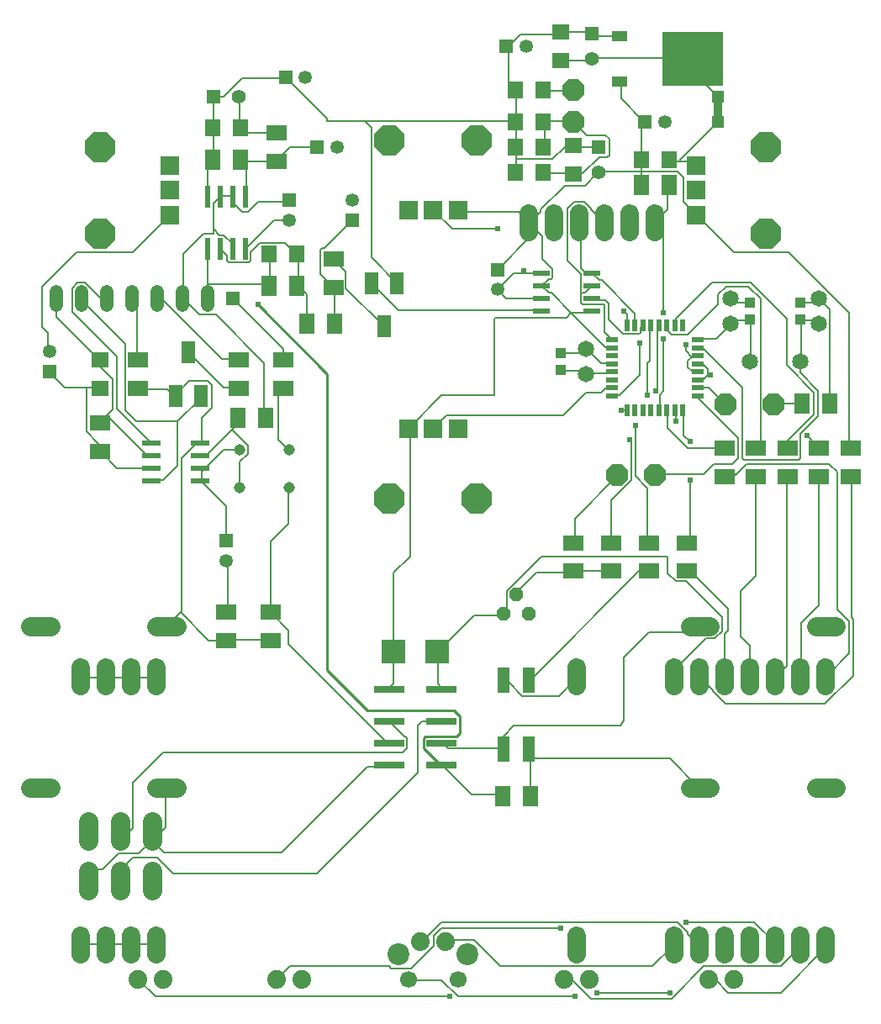
<source format=gbr>
G04 EAGLE Gerber X2 export*
%TF.Part,Single*%
%TF.FileFunction,Copper,L1,Top,Mixed*%
%TF.FilePolarity,Positive*%
%TF.GenerationSoftware,Autodesk,EAGLE,9.2.2*%
%TF.CreationDate,2019-01-20T16:39:22Z*%
G75*
%MOMM*%
%FSLAX34Y34*%
%LPD*%
%INTop Copper*%
%AMOC8*
5,1,8,0,0,1.08239X$1,22.5*%
G01*
%ADD10R,1.350000X1.350000*%
%ADD11C,1.350000*%
%ADD12R,1.000000X1.100000*%
%ADD13C,1.651000*%
%ADD14R,1.800000X1.600000*%
%ADD15C,1.143000*%
%ADD16R,1.600000X1.800000*%
%ADD17C,1.408000*%
%ADD18R,1.408000X1.408000*%
%ADD19R,0.609600X2.209800*%
%ADD20C,1.879600*%
%ADD21R,1.600000X2.000000*%
%ADD22R,2.000000X1.600000*%
%ADD23R,1.320800X2.184400*%
%ADD24R,1.879600X1.879600*%
%ADD25P,3.247170X8X22.500000*%
%ADD26R,1.320800X1.320800*%
%ADD27C,1.320800*%
%ADD28R,1.981200X0.558800*%
%ADD29R,1.270000X0.558800*%
%ADD30R,0.558800X1.270000*%
%ADD31P,3.247170X8X112.500000*%
%ADD32P,3.247170X8X202.500000*%
%ADD33P,3.247170X8X292.500000*%
%ADD34R,3.100000X0.800000*%
%ADD35R,1.270000X2.540000*%
%ADD36C,1.950000*%
%ADD37R,1.600000X1.000000*%
%ADD38R,6.200000X5.400000*%
%ADD39P,2.336880X8X22.500000*%
%ADD40R,2.400000X2.400000*%
%ADD41R,1.270000X1.270000*%
%ADD42C,0.812800*%
%ADD43C,2.200000*%
%ADD44C,1.700000*%
%ADD45C,1.879600*%
%ADD46P,1.429621X8X22.500000*%
%ADD47R,1.720000X0.600000*%
%ADD48P,2.336880X8X202.500000*%
%ADD49C,0.203200*%
%ADD50C,0.604800*%
%ADD51C,0.254000*%


D10*
X88900Y637700D03*
D11*
X88900Y657700D03*
D10*
X393700Y790100D03*
D11*
X393700Y810100D03*
D10*
X330200Y810100D03*
D11*
X330200Y790100D03*
D12*
X844550Y707000D03*
X844550Y690000D03*
X793750Y707000D03*
X793750Y690000D03*
D13*
X628650Y635000D03*
X628650Y660400D03*
D10*
X358300Y863600D03*
D11*
X378300Y863600D03*
D14*
X139700Y649000D03*
X139700Y621000D03*
D15*
X329800Y520700D03*
X279800Y520700D03*
D10*
X326550Y933450D03*
D11*
X346550Y933450D03*
D16*
X280700Y882650D03*
X252700Y882650D03*
X309850Y755650D03*
X337850Y755650D03*
D17*
X279400Y914400D03*
D18*
X254000Y914400D03*
D19*
X247650Y761238D03*
X260350Y761238D03*
X273050Y761238D03*
X285750Y761238D03*
X285750Y813562D03*
X273050Y813562D03*
X260350Y813562D03*
X247650Y813562D03*
D20*
X571500Y796798D02*
X571500Y778002D01*
X596900Y778002D02*
X596900Y796798D01*
X622300Y796798D02*
X622300Y778002D01*
X647700Y778002D02*
X647700Y796798D01*
X673100Y796798D02*
X673100Y778002D01*
X698500Y778002D02*
X698500Y796798D01*
D21*
X252700Y850900D03*
X280700Y850900D03*
X309850Y723900D03*
X337850Y723900D03*
X347950Y685800D03*
X375950Y685800D03*
D22*
X374650Y750600D03*
X374650Y722600D03*
D23*
X438180Y726850D03*
X425450Y682850D03*
X412720Y726850D03*
D21*
X712500Y825500D03*
X684500Y825500D03*
D22*
X317500Y877600D03*
X317500Y849600D03*
X177800Y621000D03*
X177800Y649000D03*
D21*
X278100Y590550D03*
X306100Y590550D03*
D22*
X311150Y395000D03*
X311150Y367000D03*
X139700Y557500D03*
X139700Y585500D03*
X323850Y649000D03*
X323850Y621000D03*
X279400Y649000D03*
X279400Y621000D03*
D23*
X215870Y613000D03*
X228600Y657000D03*
X241330Y613000D03*
D24*
X210000Y845000D03*
X210000Y820000D03*
X210000Y795000D03*
D25*
X140000Y864000D03*
X140000Y776000D03*
D26*
X273050Y711200D03*
D27*
X247650Y717804D02*
X247650Y704596D01*
X222250Y704596D02*
X222250Y717804D01*
X196850Y717804D02*
X196850Y704596D01*
X171450Y704596D02*
X171450Y717804D01*
X146050Y717804D02*
X146050Y704596D01*
X120650Y704596D02*
X120650Y717804D01*
X95250Y717804D02*
X95250Y704596D01*
D28*
X240538Y527050D03*
X240538Y539750D03*
X240538Y552450D03*
X240538Y565150D03*
X191262Y565150D03*
X191262Y552450D03*
X191262Y539750D03*
X191262Y527050D03*
D29*
X741426Y613350D03*
X741426Y621350D03*
X741426Y629350D03*
X741426Y637350D03*
X741426Y645350D03*
X741426Y653350D03*
X741426Y661350D03*
X741426Y669350D03*
D30*
X726500Y684276D03*
X718500Y684276D03*
X710500Y684276D03*
X702500Y684276D03*
X694500Y684276D03*
X686500Y684276D03*
X678500Y684276D03*
X670500Y684276D03*
D29*
X655574Y669350D03*
X655574Y661350D03*
X655574Y653350D03*
X655574Y645350D03*
X655574Y637350D03*
X655574Y629350D03*
X655574Y621350D03*
X655574Y613350D03*
D30*
X670500Y598424D03*
X678500Y598424D03*
X686500Y598424D03*
X694500Y598424D03*
X702500Y598424D03*
X710500Y598424D03*
X718500Y598424D03*
X726500Y598424D03*
D13*
X793750Y647700D03*
X844550Y647700D03*
D22*
X800100Y532100D03*
X800100Y560100D03*
X831850Y532100D03*
X831850Y560100D03*
X863600Y532100D03*
X863600Y560100D03*
X768350Y532100D03*
X768350Y560100D03*
D24*
X450000Y580000D03*
X475000Y580000D03*
X500000Y580000D03*
D31*
X431000Y510000D03*
X519000Y510000D03*
D24*
X740000Y795000D03*
X740000Y820000D03*
X740000Y845000D03*
D32*
X810000Y776000D03*
X810000Y864000D03*
D24*
X500000Y800000D03*
X475000Y800000D03*
X450000Y800000D03*
D33*
X519000Y870000D03*
X431000Y870000D03*
D22*
X266700Y367000D03*
X266700Y395000D03*
X895350Y532100D03*
X895350Y560100D03*
D34*
X430700Y317400D03*
X430700Y285400D03*
X430700Y263400D03*
X430700Y241400D03*
X483700Y317400D03*
X483700Y285400D03*
X483700Y263400D03*
X483700Y241400D03*
D35*
X571500Y327100D03*
X546100Y327100D03*
X546100Y257100D03*
X571500Y257100D03*
D22*
X615950Y464850D03*
X615950Y436850D03*
X654050Y436850D03*
X654050Y464850D03*
X692150Y436850D03*
X692150Y464850D03*
D36*
X89250Y218850D02*
X69750Y218850D01*
X69750Y381150D02*
X89250Y381150D01*
X196750Y218850D02*
X216250Y218850D01*
X216250Y381150D02*
X196750Y381150D01*
X860950Y381150D02*
X880450Y381150D01*
X880450Y218850D02*
X860950Y218850D01*
X753450Y381150D02*
X733950Y381150D01*
X733950Y218850D02*
X753450Y218850D01*
D16*
X684500Y850900D03*
X712500Y850900D03*
D10*
X688500Y889000D03*
D11*
X708500Y889000D03*
D10*
X548800Y965200D03*
D11*
X568800Y965200D03*
D14*
X603250Y979200D03*
X603250Y951200D03*
D17*
X641350Y838200D03*
D18*
X641350Y863600D03*
D17*
X635000Y952500D03*
D18*
X635000Y977900D03*
D37*
X663200Y975300D03*
X663200Y929700D03*
D38*
X736200Y952500D03*
D10*
X266700Y467200D03*
D11*
X266700Y447200D03*
D21*
X544800Y209550D03*
X572800Y209550D03*
D15*
X329800Y558800D03*
X279800Y558800D03*
D16*
X557500Y889000D03*
X585500Y889000D03*
X557500Y863600D03*
X585500Y863600D03*
X557500Y838200D03*
X585500Y838200D03*
D14*
X615950Y864900D03*
X615950Y836900D03*
D39*
X660400Y533400D03*
X698500Y533400D03*
D20*
X870000Y339398D02*
X870000Y320602D01*
X844600Y320602D02*
X844600Y339398D01*
X819200Y339398D02*
X819200Y320602D01*
X793800Y320602D02*
X793800Y339398D01*
X768400Y339398D02*
X768400Y320602D01*
X743000Y320602D02*
X743000Y339398D01*
X717600Y339398D02*
X717600Y320602D01*
D39*
X615950Y920750D03*
X615950Y889000D03*
D40*
X435200Y355600D03*
X479200Y355600D03*
D41*
X762000Y914400D03*
X762000Y889000D03*
D42*
X762000Y914400D01*
D36*
X128000Y135000D02*
X128000Y115500D01*
X160000Y115500D02*
X160000Y135000D01*
X192000Y135000D02*
X192000Y115500D01*
X192000Y165000D02*
X192000Y184500D01*
X160000Y184500D02*
X160000Y165000D01*
X128000Y165000D02*
X128000Y184500D01*
D43*
X440000Y50400D03*
X510000Y50400D03*
D44*
X450000Y25400D03*
X500000Y25400D03*
D45*
X177800Y25400D03*
X203200Y25400D03*
X317500Y25400D03*
X342900Y25400D03*
X607300Y25400D03*
X632700Y25400D03*
X752300Y25400D03*
X777700Y25400D03*
D20*
X870000Y50602D02*
X870000Y69398D01*
X844600Y69398D02*
X844600Y50602D01*
X819200Y50602D02*
X819200Y69398D01*
X793800Y69398D02*
X793800Y50602D01*
X768400Y50602D02*
X768400Y69398D01*
X743000Y69398D02*
X743000Y50602D01*
X717600Y50602D02*
X717600Y69398D01*
D22*
X730250Y436850D03*
X730250Y464850D03*
D20*
X120000Y339398D02*
X120000Y320602D01*
X145400Y320602D02*
X145400Y339398D01*
X170800Y339398D02*
X170800Y320602D01*
X196200Y320602D02*
X196200Y339398D01*
X120000Y69398D02*
X120000Y50602D01*
X145400Y50602D02*
X145400Y69398D01*
X170800Y69398D02*
X170800Y50602D01*
X196200Y50602D02*
X196200Y69398D01*
D45*
X462300Y63500D03*
X487700Y63500D03*
D20*
X620000Y69398D02*
X620000Y50602D01*
X620000Y320602D02*
X620000Y339398D01*
D16*
X585500Y920750D03*
X557500Y920750D03*
D46*
X571500Y393700D03*
X558800Y412750D03*
X546100Y393700D03*
D13*
X774700Y711200D03*
X774700Y685800D03*
X863600Y711200D03*
X863600Y685800D03*
D12*
X603250Y639200D03*
X603250Y656200D03*
D47*
X635000Y698500D03*
X635000Y711200D03*
X635000Y723900D03*
X635000Y736600D03*
X584200Y736600D03*
X584200Y723900D03*
X584200Y711200D03*
X584200Y698500D03*
D10*
X539750Y740250D03*
D11*
X539750Y720250D03*
D48*
X818183Y604258D03*
D39*
X769512Y604258D03*
D21*
X846494Y605553D03*
X874494Y605553D03*
D49*
X286512Y849376D02*
X282448Y849376D01*
X286512Y849376D02*
X316992Y849376D01*
X317500Y849600D01*
X282448Y849376D02*
X280700Y850900D01*
X286512Y849376D02*
X286512Y814832D01*
X285750Y813562D01*
X286512Y849376D02*
X280700Y850900D01*
X331216Y863600D02*
X357632Y863600D01*
X331216Y863600D02*
X319024Y851408D01*
X357632Y863600D02*
X358300Y863600D01*
X319024Y851408D02*
X317500Y849600D01*
X203200Y528320D02*
X193040Y528320D01*
X203200Y528320D02*
X217424Y542544D01*
X217424Y587248D01*
X241808Y611632D01*
X193040Y528320D02*
X191262Y527050D01*
X241808Y611632D02*
X241330Y613000D01*
X164592Y665226D02*
X120650Y709168D01*
X120650Y711200D01*
X164592Y665226D02*
X164592Y598932D01*
X176276Y587248D01*
X217424Y587248D01*
X638048Y975360D02*
X662432Y975360D01*
X638048Y975360D02*
X636016Y977392D01*
X662432Y975360D02*
X663200Y975300D01*
X636016Y977392D02*
X635000Y977900D01*
X633984Y979424D02*
X603504Y979424D01*
X603250Y979200D01*
X633984Y979424D02*
X635000Y977900D01*
X640080Y863600D02*
X617728Y863600D01*
X615950Y864900D01*
X640080Y863600D02*
X641350Y863600D01*
X558800Y863600D02*
X558800Y851408D01*
X558800Y839216D01*
X557500Y838200D01*
X557500Y863600D02*
X558800Y863600D01*
X558800Y887984D01*
X557500Y889000D01*
X557500Y863600D02*
X558800Y863600D01*
X558800Y890016D02*
X558800Y920496D01*
X557500Y920750D01*
X558800Y890016D02*
X557500Y889000D01*
X550672Y928624D02*
X550672Y965200D01*
X550672Y928624D02*
X556768Y922528D01*
X550672Y965200D02*
X548800Y965200D01*
X556768Y922528D02*
X557500Y920750D01*
X607568Y863600D02*
X615696Y863600D01*
X607568Y863600D02*
X595376Y851408D01*
X558800Y851408D01*
X615696Y863600D02*
X615950Y864900D01*
X601472Y977392D02*
X562864Y977392D01*
X550672Y965200D01*
X601472Y977392D02*
X603250Y979200D01*
X550672Y965200D02*
X548800Y965200D01*
X254000Y914400D02*
X254000Y883920D01*
X252700Y882650D01*
X254000Y881888D02*
X254000Y851408D01*
X252700Y850900D01*
X254000Y881888D02*
X252700Y882650D01*
X247904Y845312D02*
X247904Y814832D01*
X247904Y845312D02*
X251968Y849376D01*
X247904Y814832D02*
X247650Y813562D01*
X251968Y849376D02*
X252700Y850900D01*
X367792Y890016D02*
X367792Y892048D01*
X327152Y932688D01*
X326550Y933450D01*
X264160Y914400D02*
X254000Y914400D01*
X264160Y914400D02*
X282448Y932688D01*
X325120Y932688D01*
X326550Y933450D01*
X367792Y890016D02*
X406400Y890016D01*
X556768Y890016D01*
X557500Y889000D01*
X413460Y882956D02*
X406400Y890016D01*
X413460Y752840D02*
X438180Y726850D01*
X413460Y752840D02*
X413460Y882956D01*
X245872Y552704D02*
X241808Y552704D01*
X272288Y579120D02*
X276352Y583184D01*
X272288Y579120D02*
X245872Y552704D01*
X276352Y583184D02*
X276352Y589280D01*
X241808Y552704D02*
X240538Y552450D01*
X276352Y589280D02*
X278100Y590550D01*
X280416Y546608D02*
X280416Y522224D01*
X280416Y546608D02*
X288544Y554736D01*
X288544Y562864D01*
X272288Y579120D01*
X280416Y522224D02*
X279800Y520700D01*
X241808Y536448D02*
X241808Y538480D01*
X241808Y536448D02*
X241808Y528320D01*
X240538Y527050D01*
X241808Y538480D02*
X240538Y539750D01*
X264160Y558800D02*
X278384Y558800D01*
X264160Y558800D02*
X241808Y536448D01*
X278384Y558800D02*
X279800Y558800D01*
X266192Y501904D02*
X266192Y467360D01*
X266192Y501904D02*
X241808Y526288D01*
X266192Y467360D02*
X266700Y467200D01*
X241808Y526288D02*
X240538Y527050D01*
X319024Y568960D02*
X319024Y617073D01*
X319024Y568960D02*
X329184Y558800D01*
X319024Y617073D02*
X323850Y621000D01*
X329184Y558800D02*
X329800Y558800D01*
X323850Y649000D02*
X323850Y660400D01*
X273050Y711200D01*
X278384Y650240D02*
X262128Y650240D01*
X201168Y711200D01*
X197104Y711200D01*
X278384Y650240D02*
X279400Y649000D01*
X197104Y711200D02*
X196850Y711200D01*
X264160Y621792D02*
X278384Y621792D01*
X264160Y621792D02*
X229616Y656336D01*
X278384Y621792D02*
X279400Y621000D01*
X229616Y656336D02*
X228600Y657000D01*
X339344Y725424D02*
X339344Y753872D01*
X337850Y755650D01*
X339344Y725424D02*
X337850Y723900D01*
X347472Y715264D02*
X347472Y686816D01*
X347472Y715264D02*
X339344Y723392D01*
X347472Y686816D02*
X347950Y685800D01*
X339344Y723392D02*
X337850Y723900D01*
X291338Y749137D02*
X289850Y747649D01*
X291338Y749137D02*
X291338Y757730D01*
X300798Y767190D01*
X326026Y767190D01*
X339344Y753872D01*
X268950Y747649D02*
X267462Y749137D01*
X267462Y754126D01*
X260350Y761238D01*
X268950Y747649D02*
X289850Y747649D01*
X375920Y721360D02*
X375920Y686816D01*
X375920Y721360D02*
X374650Y722600D01*
X375920Y686816D02*
X375950Y685800D01*
X365760Y762000D02*
X392176Y788416D01*
X365760Y762000D02*
X363728Y762000D01*
X361696Y759968D01*
X361696Y735584D01*
X373888Y723392D01*
X392176Y788416D02*
X393700Y790100D01*
X373888Y723392D02*
X374650Y722600D01*
X176784Y707136D02*
X176784Y650240D01*
X176784Y707136D02*
X172720Y711200D01*
X176784Y650240D02*
X177800Y649000D01*
X172720Y711200D02*
X171450Y711200D01*
X140208Y648208D02*
X140208Y642112D01*
X152400Y629920D01*
X152400Y599440D01*
X146304Y593344D02*
X140208Y587248D01*
X146304Y593344D02*
X152400Y599440D01*
X140208Y648208D02*
X139700Y649000D01*
X140208Y587248D02*
X139700Y585500D01*
X186944Y552704D02*
X191008Y552704D01*
X186944Y552704D02*
X146304Y593344D01*
X191008Y552704D02*
X191262Y552450D01*
X146304Y593344D02*
X139700Y585500D01*
X95504Y692912D02*
X95504Y711200D01*
X95504Y692912D02*
X138176Y650240D01*
X95504Y711200D02*
X95250Y711200D01*
X138176Y650240D02*
X139700Y649000D01*
X156464Y540512D02*
X191008Y540512D01*
X156464Y540512D02*
X140208Y556768D01*
X191008Y540512D02*
X191262Y539750D01*
X140208Y556768D02*
X139700Y557500D01*
X125984Y621792D02*
X103632Y621792D01*
X125984Y621792D02*
X138176Y621792D01*
X103632Y621792D02*
X89408Y636016D01*
X138176Y621792D02*
X139700Y621000D01*
X89408Y636016D02*
X88900Y637700D01*
X138176Y564896D02*
X138176Y558800D01*
X138176Y564896D02*
X125984Y577088D01*
X125984Y621792D01*
X138176Y558800D02*
X139700Y557500D01*
X387190Y721110D02*
X425450Y682850D01*
X387190Y721110D02*
X387190Y738060D01*
X374650Y750600D01*
X583692Y699008D02*
X584200Y698500D01*
X440562Y699008D02*
X412720Y726850D01*
X440562Y699008D02*
X583692Y699008D01*
X778256Y688848D02*
X792480Y688848D01*
X778256Y688848D02*
X776224Y686816D01*
X792480Y688848D02*
X793750Y690000D01*
X776224Y686816D02*
X774700Y685800D01*
X759968Y670560D02*
X741680Y670560D01*
X759968Y670560D02*
X774192Y684784D01*
X741680Y670560D02*
X741426Y669350D01*
X774192Y684784D02*
X774700Y685800D01*
X794512Y688848D02*
X794512Y648208D01*
X793750Y647700D01*
X794512Y688848D02*
X793750Y690000D01*
X845312Y688848D02*
X861568Y688848D01*
X863600Y686816D01*
X863600Y685800D01*
X786384Y621792D02*
X747776Y660400D01*
X786384Y621792D02*
X786384Y550672D01*
X788416Y548640D01*
X843280Y548640D01*
X845312Y646176D02*
X844550Y647700D01*
X845312Y648208D02*
X845312Y688848D01*
X844550Y690000D01*
X845312Y648208D02*
X844550Y647700D01*
X862617Y618199D02*
X862617Y592728D01*
X844550Y574661D01*
X844550Y636266D02*
X844550Y647700D01*
X844550Y636266D02*
X862617Y618199D01*
X747776Y660400D02*
X742376Y660400D01*
X741426Y661350D01*
X844550Y549910D02*
X843280Y548640D01*
X844550Y549910D02*
X844550Y574661D01*
X623824Y656336D02*
X603504Y656336D01*
X623824Y656336D02*
X627888Y660400D01*
X603504Y656336D02*
X603250Y656200D01*
X627888Y660400D02*
X628650Y660400D01*
X644144Y646176D02*
X654304Y646176D01*
X644144Y646176D02*
X629920Y660400D01*
X654304Y646176D02*
X655574Y645350D01*
X629920Y660400D02*
X628650Y660400D01*
X647700Y677224D02*
X655574Y669350D01*
X647700Y677224D02*
X647700Y704850D01*
X646890Y705660D01*
X625348Y705660D01*
X623860Y707148D01*
X623860Y715252D01*
X625348Y716740D01*
X627840Y716740D01*
X635000Y723900D01*
X623860Y715252D02*
X623860Y735897D01*
X610362Y749395D01*
X610362Y801743D02*
X617355Y808736D01*
X627245Y808736D01*
X634238Y801743D01*
X634238Y800862D01*
X647700Y787400D01*
X610362Y801743D02*
X610362Y749395D01*
D50*
X666750Y698500D03*
D49*
X670500Y694750D02*
X670500Y684276D01*
X670500Y694750D02*
X666750Y698500D01*
X633984Y735584D02*
X629920Y735584D01*
X633984Y735584D02*
X635000Y736600D01*
X623824Y741680D02*
X623824Y786384D01*
X623824Y741680D02*
X629920Y735584D01*
X623824Y786384D02*
X622300Y787400D01*
X635000Y736600D02*
X629920Y735584D01*
X635000Y736600D02*
X642160Y729440D01*
X644652Y729440D01*
X678500Y695592D01*
X678500Y684276D01*
X703072Y613664D02*
X703072Y599440D01*
X703072Y613664D02*
X707136Y617728D01*
X707136Y670560D01*
X707136Y696976D02*
X707136Y778256D01*
X699008Y786384D01*
X703072Y599440D02*
X702500Y598424D01*
X699008Y786384D02*
X698500Y787400D01*
X711200Y800608D02*
X711200Y824992D01*
X711200Y800608D02*
X699008Y788416D01*
X711200Y824992D02*
X712500Y825500D01*
X699008Y788416D02*
X698500Y787400D01*
D50*
X707136Y670560D03*
X707136Y696976D03*
D49*
X686500Y598424D02*
X684784Y596708D01*
X692912Y599440D02*
X694500Y598424D01*
X711200Y597408D02*
X711200Y581152D01*
X731520Y560832D01*
X768096Y560832D01*
X711200Y597408D02*
X710500Y598424D01*
X768096Y560832D02*
X768350Y560100D01*
X719328Y587248D02*
X719328Y597408D01*
X851408Y573024D02*
X863600Y560832D01*
X719328Y597408D02*
X718500Y598424D01*
X863600Y560832D02*
X863600Y560100D01*
D50*
X719328Y587248D03*
X851408Y573024D03*
D49*
X719328Y690880D02*
X755904Y727456D01*
X794512Y727456D01*
X831199Y565575D02*
X831199Y560726D01*
X831850Y560100D01*
X858553Y594412D02*
X858553Y616516D01*
X831850Y567708D02*
X831850Y560100D01*
X831850Y567708D02*
X858553Y594412D01*
X719328Y685104D02*
X718500Y684276D01*
X719328Y685104D02*
X719328Y690880D01*
X794512Y727456D02*
X831028Y690940D01*
X831028Y644041D01*
X858553Y616516D01*
X711200Y682752D02*
X710500Y684276D01*
X711200Y682752D02*
X711200Y678688D01*
X715264Y674624D01*
X731520Y674624D01*
X762000Y705104D01*
X762000Y715264D01*
X770128Y723392D01*
X792480Y723392D01*
X804672Y711200D01*
X711200Y682752D02*
X710500Y684276D01*
X804672Y711200D02*
X804672Y564672D01*
X800100Y560100D01*
X488440Y593440D02*
X475000Y580000D01*
X649224Y621350D02*
X655574Y621350D01*
X649224Y621350D02*
X643824Y615950D01*
X628650Y615950D01*
X606140Y593440D02*
X488440Y593440D01*
X606140Y593440D02*
X628650Y615950D01*
X656336Y613664D02*
X662432Y613664D01*
X683260Y634492D01*
X683260Y666242D01*
X656336Y613664D02*
X655574Y613350D01*
D50*
X683260Y666242D03*
D49*
X493950Y781050D02*
X475000Y800000D01*
X493950Y781050D02*
X539750Y781050D01*
D50*
X539750Y781050D03*
X664150Y598424D03*
D49*
X670500Y598424D01*
X434848Y355600D02*
X434848Y323088D01*
X430784Y319024D01*
X430700Y317400D01*
X451104Y581152D02*
X483616Y613664D01*
X451104Y581152D02*
X450000Y580000D01*
X451104Y579120D02*
X451612Y578612D01*
X451104Y579120D02*
X450000Y580000D01*
X434848Y434848D02*
X434848Y355600D01*
X435200Y355600D01*
X648208Y662432D02*
X654304Y662432D01*
X648208Y662432D02*
X614045Y696595D01*
X654304Y662432D02*
X655574Y661350D01*
X560832Y798576D02*
X501904Y798576D01*
X560832Y798576D02*
X570992Y788416D01*
X501904Y798576D02*
X500000Y800000D01*
X570992Y788416D02*
X571500Y787400D01*
X684784Y827024D02*
X684784Y839216D01*
X684784Y849376D01*
X684500Y850900D01*
X684784Y827024D02*
X684500Y825500D01*
X664464Y912368D02*
X664464Y928624D01*
X664464Y912368D02*
X686816Y890016D01*
X664464Y928624D02*
X663200Y929700D01*
X686816Y890016D02*
X688500Y889000D01*
X684784Y885952D02*
X684784Y851408D01*
X684784Y885952D02*
X686816Y887984D01*
X684784Y851408D02*
X684500Y850900D01*
X686816Y887984D02*
X688500Y889000D01*
X684784Y839216D02*
X642112Y839216D01*
X641350Y838200D01*
X735584Y638048D02*
X739648Y638048D01*
X735584Y638048D02*
X731520Y642112D01*
X731520Y648208D01*
X735584Y652272D01*
X739648Y652272D01*
X739648Y638048D02*
X741426Y637350D01*
X739648Y652272D02*
X741426Y653350D01*
X735584Y652272D02*
X729488Y658368D01*
X729488Y664464D01*
X735584Y652272D02*
X741426Y653350D01*
X894080Y696976D02*
X894080Y560832D01*
X894080Y696976D02*
X833120Y757936D01*
X778256Y757936D01*
X741680Y794512D01*
X894080Y560832D02*
X895350Y560100D01*
X741680Y794512D02*
X740000Y795000D01*
X721360Y839216D02*
X684784Y839216D01*
X721360Y839216D02*
X727456Y833120D01*
X727456Y808736D01*
X739648Y796544D01*
X740000Y795000D01*
X583184Y798576D02*
X573024Y788416D01*
X583184Y798576D02*
X583184Y800608D01*
X607568Y824992D01*
X627888Y824992D01*
X640080Y837184D01*
X573024Y788416D02*
X571500Y787400D01*
X640080Y837184D02*
X641350Y838200D01*
D50*
X729488Y664464D03*
D49*
X451612Y451612D02*
X434848Y434848D01*
X451612Y451612D02*
X451612Y578612D01*
X536860Y690502D02*
X538348Y691990D01*
X609440Y691990D02*
X614045Y696595D01*
X609440Y691990D02*
X538348Y691990D01*
X584200Y723900D02*
X591360Y731060D01*
X593852Y731060D01*
X584200Y723900D02*
X591360Y716740D01*
X593852Y716740D01*
X613997Y696595D02*
X614045Y696595D01*
X613997Y696595D02*
X593852Y716740D01*
X539750Y740250D02*
X573024Y773524D01*
X573024Y788416D01*
X571500Y787400D02*
X584962Y773938D01*
X595340Y740652D02*
X595340Y732548D01*
X593852Y731060D01*
X584962Y751030D02*
X584962Y773938D01*
X584962Y751030D02*
X595340Y740652D01*
X614045Y696595D02*
X633095Y696595D01*
X635000Y698500D01*
X536860Y690502D02*
X536860Y613664D01*
X483616Y613664D01*
X701040Y619760D02*
X701040Y682752D01*
X701040Y619760D02*
X699008Y617728D01*
X701040Y682752D02*
X702500Y684276D01*
D50*
X699008Y617728D03*
D49*
X654304Y508000D02*
X654304Y465328D01*
X654304Y508000D02*
X674624Y528320D01*
X674624Y566928D01*
X672592Y568960D01*
X654304Y465328D02*
X654050Y464850D01*
D50*
X672592Y568960D03*
D49*
X692912Y648208D02*
X692912Y682752D01*
X692912Y648208D02*
X690880Y646176D01*
X690880Y613664D01*
X692912Y682752D02*
X694500Y684276D01*
D50*
X690880Y613664D03*
D49*
X690880Y520192D02*
X690880Y465328D01*
X690880Y520192D02*
X678688Y532384D01*
X678688Y583184D01*
X690880Y465328D02*
X692150Y464850D01*
D50*
X678688Y583184D03*
D49*
X730250Y436850D02*
X734344Y436850D01*
X768400Y372972D02*
X768400Y330000D01*
X768400Y372972D02*
X772414Y376986D01*
X772414Y398780D01*
X734344Y436850D01*
X730250Y436850D01*
X782320Y570992D02*
X741680Y611632D01*
X782320Y570992D02*
X782320Y550672D01*
X776224Y544576D01*
X741680Y611632D02*
X741426Y613350D01*
X747776Y534416D02*
X699008Y534416D01*
X747776Y534416D02*
X757936Y544576D01*
X776224Y544576D01*
X699008Y534416D02*
X698500Y533400D01*
X329800Y520700D02*
X329184Y520192D01*
X329184Y484124D01*
X311150Y395000D02*
X329184Y376966D01*
X329184Y363474D01*
X429258Y263400D01*
X430700Y263400D01*
X311150Y395000D02*
X311150Y466090D01*
X329184Y484124D01*
X514096Y211328D02*
X544576Y211328D01*
X514096Y211328D02*
X485648Y239776D01*
D50*
X298450Y704850D03*
D51*
X408432Y296418D02*
X496133Y296418D01*
X408432Y296418D02*
X368300Y336550D01*
X368300Y603250D01*
X368300Y635000D02*
X298450Y704850D01*
X368300Y635000D02*
X368300Y603250D01*
X467043Y270194D02*
X465406Y268557D01*
X465406Y258243D01*
X467043Y256606D01*
X467394Y256606D01*
X482600Y241400D01*
X467043Y270194D02*
X498794Y270194D01*
X501994Y290557D02*
X496133Y296418D01*
X501994Y290557D02*
X501994Y273394D01*
X498794Y270194D01*
D49*
X544576Y209774D02*
X544800Y209550D01*
X544576Y209774D02*
X544576Y211328D01*
X483700Y241400D02*
X482600Y241400D01*
X483700Y241400D02*
X485324Y239776D01*
X485648Y239776D01*
X896112Y390144D02*
X896112Y530352D01*
X896112Y390144D02*
X898144Y388112D01*
X898144Y331216D01*
X869696Y302768D01*
X896112Y530352D02*
X895350Y532100D01*
X743000Y330000D02*
X756462Y316538D01*
X756462Y315657D01*
X769351Y302768D01*
X869696Y302768D01*
X479552Y323088D02*
X479552Y355600D01*
X479552Y323088D02*
X483616Y319024D01*
X479552Y355600D02*
X479200Y355600D01*
X483616Y319024D02*
X483700Y317400D01*
X479552Y355600D02*
X479200Y355600D01*
X516128Y392176D02*
X544576Y392176D01*
X516128Y392176D02*
X479552Y355600D01*
X544576Y392176D02*
X546100Y393700D01*
X479552Y355600D02*
X479200Y355600D01*
X549656Y397256D02*
X549656Y416538D01*
X583968Y450850D01*
X711200Y450850D01*
X719198Y426310D02*
X729390Y426310D01*
X711200Y434308D02*
X711200Y450850D01*
X711200Y434308D02*
X719198Y426310D01*
X717600Y336600D02*
X717600Y330000D01*
X758541Y368860D02*
X765740Y376059D01*
X758541Y368860D02*
X749860Y368860D01*
X717600Y336600D01*
X765740Y389960D02*
X729390Y426310D01*
X765740Y389960D02*
X765740Y376059D01*
X549656Y397256D02*
X546100Y393700D01*
X617728Y436880D02*
X652272Y436880D01*
X617728Y436880D02*
X615950Y436850D01*
X652272Y436880D02*
X654050Y436850D01*
X615696Y434848D02*
X579120Y434848D01*
X558800Y414528D01*
X615696Y434848D02*
X615950Y436850D01*
X558800Y414528D02*
X558800Y412750D01*
X571500Y327100D02*
X573024Y327152D01*
X571500Y327100D01*
X682722Y436850D02*
X692150Y436850D01*
X682722Y436850D02*
X573024Y327152D01*
X428752Y239776D02*
X412496Y239776D01*
X204216Y153416D02*
X193040Y164592D01*
X428752Y239776D02*
X430700Y241400D01*
X193040Y164592D02*
X192000Y165000D01*
X142240Y136144D02*
X128016Y136144D01*
X142240Y136144D02*
X158496Y152400D01*
X178816Y152400D01*
X191008Y164592D01*
X128016Y136144D02*
X128000Y135000D01*
X191008Y164592D02*
X192000Y165000D01*
X205232Y178816D02*
X205232Y217424D01*
X205232Y178816D02*
X193040Y166624D01*
X205232Y217424D02*
X206500Y218850D01*
X193040Y166624D02*
X192000Y165000D01*
X204216Y153416D02*
X322834Y153416D01*
X409194Y239776D02*
X412496Y239776D01*
X409194Y239776D02*
X322834Y153416D01*
X358140Y132080D02*
X459486Y233426D01*
X358140Y132080D02*
X213360Y132080D01*
X197104Y148336D01*
X172720Y148336D01*
X160528Y136144D01*
X160000Y135000D01*
X459486Y233426D02*
X459486Y280830D01*
X464056Y285400D01*
X483700Y285400D01*
X268224Y396240D02*
X268224Y447040D01*
X268224Y396240D02*
X266700Y395000D01*
X268224Y447040D02*
X266700Y447200D01*
X447252Y269940D02*
X448740Y268452D01*
X448740Y258348D01*
X446160Y269940D02*
X430700Y285400D01*
X446160Y269940D02*
X447252Y269940D01*
X448740Y258348D02*
X444392Y254000D01*
X203200Y254000D02*
X172700Y223500D01*
X172700Y177700D01*
X160000Y165000D01*
X203200Y254000D02*
X444392Y254000D01*
X489712Y258064D02*
X544576Y258064D01*
X489712Y258064D02*
X485648Y262128D01*
X544576Y258064D02*
X546100Y257100D01*
X485648Y262128D02*
X483700Y263400D01*
X741426Y379984D02*
X741680Y379984D01*
X741426Y379984D02*
X736092Y374650D01*
X692150Y374650D01*
X666750Y349250D01*
X666750Y285750D01*
X663339Y280670D01*
X556514Y280670D01*
X546100Y270256D01*
X546100Y257100D01*
X741680Y379984D02*
X743700Y381150D01*
X241808Y566928D02*
X241808Y591312D01*
X251968Y601472D01*
X251968Y603504D02*
X251968Y623824D01*
X251968Y603504D02*
X251968Y601472D01*
X251968Y623824D02*
X247904Y627888D01*
X229616Y627888D01*
X215392Y613664D01*
X241808Y566928D02*
X240538Y565150D01*
X215870Y613000D02*
X215392Y613664D01*
X207264Y619760D02*
X178816Y619760D01*
X207264Y619760D02*
X213360Y613664D01*
X178816Y619760D02*
X177800Y621000D01*
X213360Y613664D02*
X215870Y613000D01*
X573024Y256032D02*
X573024Y247904D01*
X573024Y211328D01*
X572800Y209550D01*
X573024Y256032D02*
X571500Y257100D01*
X587248Y837184D02*
X615696Y837184D01*
X587248Y837184D02*
X585500Y838200D01*
X615696Y837184D02*
X615950Y836900D01*
X587248Y863600D02*
X587248Y887984D01*
X587248Y863600D02*
X585500Y863600D01*
X587248Y887984D02*
X585500Y889000D01*
X584200Y711200D02*
X583184Y711200D01*
X280416Y883920D02*
X280416Y914400D01*
X280416Y883920D02*
X280700Y882650D01*
X280416Y914400D02*
X279400Y914400D01*
X603504Y950976D02*
X633984Y950976D01*
X603504Y950976D02*
X603250Y951200D01*
X633984Y950976D02*
X635000Y952500D01*
X268224Y367792D02*
X266700Y367000D01*
X286512Y877824D02*
X316992Y877824D01*
X286512Y877824D02*
X282448Y881888D01*
X316992Y877824D02*
X317500Y877600D01*
X282448Y881888D02*
X280700Y882650D01*
X286512Y762000D02*
X285750Y761238D01*
X587248Y890016D02*
X615696Y890016D01*
X587248Y890016D02*
X585500Y889000D01*
X615696Y890016D02*
X615950Y889000D01*
X617728Y837184D02*
X625856Y837184D01*
X642112Y853440D01*
X650240Y853440D01*
X652272Y855472D01*
X652272Y871728D01*
X648208Y875792D01*
X629920Y875792D01*
X617728Y887984D01*
X617728Y837184D02*
X615950Y836900D01*
X617728Y887984D02*
X615950Y889000D01*
X573024Y247904D02*
X713232Y247904D01*
X741680Y219456D01*
X573024Y247904D02*
X571500Y257100D01*
X741680Y219456D02*
X743700Y218850D01*
X735584Y953008D02*
X636016Y953008D01*
X735584Y953008D02*
X736200Y952500D01*
X636016Y953008D02*
X635000Y952500D01*
X239776Y564896D02*
X235712Y564896D01*
X221488Y550672D01*
X221488Y396240D01*
X220599Y395351D02*
X207264Y382016D01*
X220599Y395351D02*
X221488Y396240D01*
X239776Y564896D02*
X240538Y565150D01*
X207264Y382016D02*
X206500Y381150D01*
D50*
X566166Y739394D03*
D49*
X266700Y367000D02*
X248950Y367000D01*
X220599Y395351D01*
X302200Y367000D02*
X311150Y367000D01*
X310358Y367792D01*
X268224Y367792D01*
X285750Y761238D02*
X314612Y790100D01*
X330200Y790100D01*
X735584Y940816D02*
X762000Y914400D01*
X735584Y940816D02*
X735584Y953008D01*
X584200Y736600D02*
X556100Y736600D01*
X539750Y720250D01*
X548800Y711200D02*
X584200Y711200D01*
X548800Y711200D02*
X539750Y720250D01*
X741680Y629920D02*
X747776Y629920D01*
X751840Y633984D01*
X751840Y640080D01*
X747776Y644144D01*
X741680Y644144D01*
X741680Y629920D02*
X741426Y629350D01*
X741680Y644144D02*
X741426Y645350D01*
X625856Y638048D02*
X603504Y638048D01*
X625856Y638048D02*
X627888Y636016D01*
X603504Y638048D02*
X603250Y639200D01*
X627888Y636016D02*
X628650Y635000D01*
X780288Y707136D02*
X792480Y707136D01*
X780288Y707136D02*
X776224Y711200D01*
X792480Y707136D02*
X793750Y707000D01*
X776224Y711200D02*
X774700Y711200D01*
X845312Y707136D02*
X859536Y707136D01*
X863600Y711200D01*
X845312Y707136D02*
X844550Y707000D01*
X654304Y636016D02*
X629920Y636016D01*
X654304Y636016D02*
X655574Y637350D01*
X629920Y636016D02*
X628650Y635000D01*
X723900Y849376D02*
X735584Y849376D01*
X723900Y849376D02*
X713232Y849376D01*
X735584Y849376D02*
X739648Y845312D01*
X713232Y849376D02*
X712500Y850900D01*
X739648Y845312D02*
X740000Y845000D01*
X751840Y633984D02*
X753872Y633984D01*
X617474Y466090D02*
X615950Y464850D01*
X550672Y325120D02*
X546608Y325120D01*
X550672Y325120D02*
X564896Y310896D01*
X601472Y310896D01*
X619760Y329184D01*
X546608Y325120D02*
X546100Y327100D01*
X619760Y329184D02*
X620000Y330000D01*
D50*
X753872Y633984D03*
D49*
X723900Y850900D02*
X762000Y889000D01*
X723900Y850900D02*
X723900Y849376D01*
X617728Y489712D02*
X617728Y465328D01*
X617728Y489712D02*
X660400Y532384D01*
X617728Y465328D02*
X615950Y464850D01*
X660400Y532384D02*
X660400Y533400D01*
X863600Y711200D02*
X874494Y700306D01*
X874494Y605553D01*
X272288Y814832D02*
X262128Y814832D01*
X260350Y813562D01*
X272288Y814832D02*
X273050Y813562D01*
X272288Y759968D02*
X272288Y753872D01*
X254000Y781050D02*
X254000Y806704D01*
X254000Y781050D02*
X254000Y776224D01*
X254000Y806704D02*
X260096Y812800D01*
X273050Y761238D02*
X272288Y759968D01*
X260096Y812800D02*
X260350Y813562D01*
X298704Y808736D02*
X329184Y808736D01*
X298704Y808736D02*
X288544Y798576D01*
X282448Y798576D01*
X274320Y806704D01*
X274320Y812800D01*
X329184Y808736D02*
X330200Y810100D01*
X274320Y812800D02*
X273050Y813562D01*
X304800Y646176D02*
X304800Y591312D01*
X304800Y646176D02*
X256032Y694944D01*
X239776Y694944D01*
X223520Y711200D01*
X304800Y591312D02*
X306100Y590550D01*
X223520Y711200D02*
X222250Y711200D01*
X243840Y776224D02*
X254000Y776224D01*
X243840Y776224D02*
X223520Y755904D01*
X223520Y711200D01*
X222250Y711200D01*
X124438Y726948D02*
X116862Y726948D01*
X111506Y721592D01*
X156464Y599948D02*
X191262Y565150D01*
X140186Y711200D02*
X124438Y726948D01*
X111506Y721592D02*
X111506Y697786D01*
X156464Y652828D01*
X156464Y599948D01*
X146050Y711200D02*
X140186Y711200D01*
X254000Y781050D02*
X260223Y774827D01*
X264450Y774827D01*
X273050Y766227D01*
X273050Y761238D01*
X785030Y416730D02*
X800100Y431800D01*
X785030Y416730D02*
X785030Y370670D01*
X800100Y431800D02*
X800100Y532100D01*
X785030Y370670D02*
X793800Y361900D01*
X793800Y330000D01*
X831088Y341376D02*
X831088Y530352D01*
X831088Y341376D02*
X820928Y331216D01*
X831088Y530352D02*
X831850Y532100D01*
X820928Y331216D02*
X819200Y330000D01*
X845312Y384048D02*
X863600Y402336D01*
X863600Y532100D01*
X845312Y330712D02*
X844600Y330000D01*
X845312Y330712D02*
X845312Y384048D01*
X780161Y534289D02*
X790448Y544576D01*
X780161Y534289D02*
X778256Y532384D01*
X790448Y544576D02*
X873760Y544576D01*
X881888Y536448D01*
X881888Y398272D01*
X894080Y386080D01*
X894080Y353568D01*
X871728Y331216D01*
X870000Y330000D01*
X780161Y534289D02*
X770539Y534289D01*
X768350Y532100D01*
X727456Y573024D02*
X727456Y597408D01*
X727456Y573024D02*
X733552Y566928D01*
X733552Y528320D02*
X733552Y467360D01*
X731520Y465328D01*
X727456Y597408D02*
X726500Y598424D01*
X731520Y465328D02*
X730250Y464850D01*
D50*
X733552Y566928D03*
X733552Y528320D03*
D49*
X753872Y24384D02*
X759968Y24384D01*
X772160Y12192D01*
X824992Y12192D01*
X871728Y58928D01*
X753872Y24384D02*
X752300Y25400D01*
X870000Y60000D02*
X871728Y58928D01*
X615696Y24384D02*
X607568Y24384D01*
X615696Y24384D02*
X633984Y6096D01*
X715264Y6096D01*
X747776Y38608D01*
X824992Y38608D01*
X845312Y58928D01*
X607568Y24384D02*
X607300Y25400D01*
X844600Y60000D02*
X845312Y58928D01*
X432816Y36576D02*
X430784Y38608D01*
X432816Y36576D02*
X453136Y36576D01*
X475488Y58928D01*
X475488Y69088D01*
X483616Y77216D01*
X603504Y77216D01*
X729488Y83312D02*
X798576Y83312D01*
X820928Y60960D01*
X819200Y60000D01*
D50*
X603504Y77216D03*
X729488Y83312D03*
D49*
X430784Y38608D02*
X330708Y38608D01*
X317500Y25400D01*
X640080Y12192D02*
X713232Y12192D01*
D50*
X491744Y8128D03*
X640080Y12192D03*
X713232Y12192D03*
D49*
X491744Y8128D02*
X195072Y8128D01*
X177800Y25400D01*
X483616Y24384D02*
X499872Y8128D01*
X617728Y8128D01*
D50*
X617728Y8128D03*
D49*
X483616Y24384D02*
X451016Y24384D01*
X450000Y25400D01*
X731520Y71120D02*
X741680Y60960D01*
X731520Y71120D02*
X731520Y73152D01*
X721360Y83312D01*
X483616Y83312D01*
X463296Y62992D01*
X741680Y60960D02*
X743000Y60000D01*
X463296Y62992D02*
X462300Y63500D01*
X516128Y65024D02*
X542544Y38608D01*
X489224Y65024D02*
X487700Y63500D01*
X489224Y65024D02*
X516128Y65024D01*
X542544Y38608D02*
X696208Y38608D01*
X717600Y60000D01*
X144272Y60960D02*
X121920Y60960D01*
X120000Y60000D01*
X144272Y60960D02*
X145400Y60000D01*
X172720Y60960D02*
X195072Y60960D01*
X172720Y60960D02*
X170800Y60000D01*
X195072Y60960D02*
X196200Y60000D01*
X170688Y60960D02*
X146304Y60960D01*
X145400Y60000D01*
X170688Y60960D02*
X170800Y60000D01*
X144272Y329184D02*
X121920Y329184D01*
X120000Y330000D01*
X144272Y329184D02*
X145400Y330000D01*
X172720Y329184D02*
X195072Y329184D01*
X172720Y329184D02*
X170800Y330000D01*
X195072Y329184D02*
X196200Y330000D01*
X170688Y329184D02*
X146304Y329184D01*
X145400Y330000D01*
X170688Y329184D02*
X170800Y330000D01*
X587248Y920496D02*
X615696Y920496D01*
X587248Y920496D02*
X585500Y920750D01*
X615696Y920496D02*
X615950Y920750D01*
X87376Y676656D02*
X87376Y658368D01*
X87376Y676656D02*
X81280Y682752D01*
X81280Y723392D01*
X115824Y757936D01*
X172720Y757936D01*
X209296Y794512D01*
X88900Y657700D02*
X87376Y658368D01*
X209296Y794512D02*
X210000Y795000D01*
X310896Y753872D02*
X310896Y725424D01*
X310896Y753872D02*
X309850Y755650D01*
X310896Y725424D02*
X309850Y723900D01*
X247904Y725424D02*
X247904Y711200D01*
X247904Y725424D02*
X247904Y759968D01*
X247650Y761238D01*
X247904Y711200D02*
X247650Y711200D01*
X247904Y725424D02*
X308864Y725424D01*
X309850Y723900D01*
X682346Y675386D02*
X683834Y676874D01*
X648573Y709724D02*
X636476Y709724D01*
X648573Y709724D02*
X651764Y706533D01*
X683834Y681610D02*
X686500Y684276D01*
X683834Y681610D02*
X683834Y676874D01*
X682346Y675386D02*
X666654Y675386D01*
X651764Y690276D01*
X651764Y706533D01*
X636476Y709724D02*
X635000Y711200D01*
X741426Y621350D02*
X752421Y621350D01*
X769512Y604258D01*
X819477Y605553D02*
X846494Y605553D01*
X819477Y605553D02*
X818183Y604258D01*
M02*

</source>
